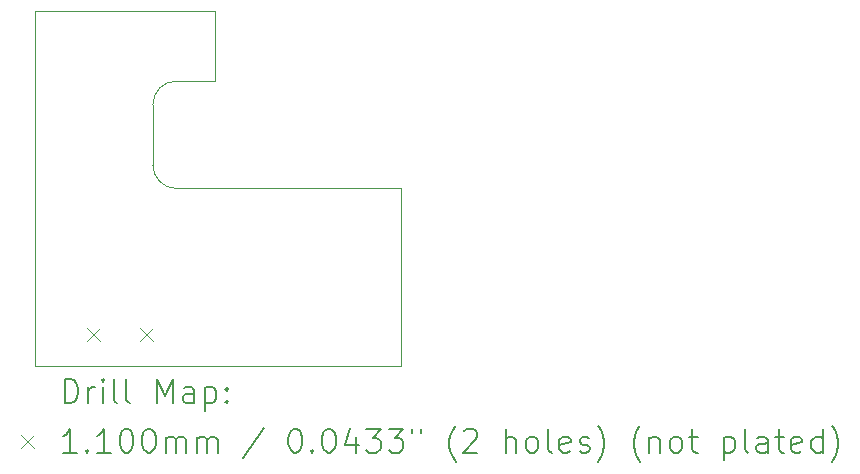
<source format=gbr>
%FSLAX45Y45*%
G04 Gerber Fmt 4.5, Leading zero omitted, Abs format (unit mm)*
G04 Created by KiCad (PCBNEW (6.0.4)) date 2022-03-24 17:43:12*
%MOMM*%
%LPD*%
G01*
G04 APERTURE LIST*
%TA.AperFunction,Profile*%
%ADD10C,0.100000*%
%TD*%
%ADD11C,0.200000*%
%ADD12C,0.110000*%
G04 APERTURE END LIST*
D10*
X14750000Y-10750000D02*
X14750000Y-11250000D01*
X14750000Y-10350000D02*
X14750000Y-9110000D01*
X16280000Y-8250000D02*
X14750000Y-8250000D01*
X15950000Y-9750000D02*
X17850000Y-9750000D01*
X15950000Y-8840000D02*
X16280000Y-8840000D01*
X16280000Y-8840000D02*
X16280000Y-8250000D01*
X15950000Y-8840000D02*
G75*
G03*
X15750000Y-9040000I0J-200000D01*
G01*
X14750000Y-11250000D02*
X17850000Y-11250000D01*
X17850000Y-11250000D02*
X17850000Y-9750000D01*
X15750000Y-9040000D02*
X15750000Y-9550000D01*
X15750000Y-9550000D02*
G75*
G03*
X15950000Y-9750000I200000J0D01*
G01*
X14750000Y-8710000D02*
X14750000Y-8250000D01*
X14750000Y-8710000D02*
X14750000Y-9110000D01*
X14750000Y-10350000D02*
X14750000Y-10750000D01*
D11*
D12*
X15195000Y-10930000D02*
X15305000Y-11040000D01*
X15305000Y-10930000D02*
X15195000Y-11040000D01*
X15645000Y-10930000D02*
X15755000Y-11040000D01*
X15755000Y-10930000D02*
X15645000Y-11040000D01*
D11*
X15002619Y-11565476D02*
X15002619Y-11365476D01*
X15050238Y-11365476D01*
X15078809Y-11375000D01*
X15097857Y-11394048D01*
X15107381Y-11413095D01*
X15116905Y-11451190D01*
X15116905Y-11479762D01*
X15107381Y-11517857D01*
X15097857Y-11536905D01*
X15078809Y-11555952D01*
X15050238Y-11565476D01*
X15002619Y-11565476D01*
X15202619Y-11565476D02*
X15202619Y-11432143D01*
X15202619Y-11470238D02*
X15212143Y-11451190D01*
X15221667Y-11441667D01*
X15240714Y-11432143D01*
X15259762Y-11432143D01*
X15326428Y-11565476D02*
X15326428Y-11432143D01*
X15326428Y-11365476D02*
X15316905Y-11375000D01*
X15326428Y-11384524D01*
X15335952Y-11375000D01*
X15326428Y-11365476D01*
X15326428Y-11384524D01*
X15450238Y-11565476D02*
X15431190Y-11555952D01*
X15421667Y-11536905D01*
X15421667Y-11365476D01*
X15555000Y-11565476D02*
X15535952Y-11555952D01*
X15526428Y-11536905D01*
X15526428Y-11365476D01*
X15783571Y-11565476D02*
X15783571Y-11365476D01*
X15850238Y-11508333D01*
X15916905Y-11365476D01*
X15916905Y-11565476D01*
X16097857Y-11565476D02*
X16097857Y-11460714D01*
X16088333Y-11441667D01*
X16069286Y-11432143D01*
X16031190Y-11432143D01*
X16012143Y-11441667D01*
X16097857Y-11555952D02*
X16078809Y-11565476D01*
X16031190Y-11565476D01*
X16012143Y-11555952D01*
X16002619Y-11536905D01*
X16002619Y-11517857D01*
X16012143Y-11498809D01*
X16031190Y-11489286D01*
X16078809Y-11489286D01*
X16097857Y-11479762D01*
X16193095Y-11432143D02*
X16193095Y-11632143D01*
X16193095Y-11441667D02*
X16212143Y-11432143D01*
X16250238Y-11432143D01*
X16269286Y-11441667D01*
X16278809Y-11451190D01*
X16288333Y-11470238D01*
X16288333Y-11527381D01*
X16278809Y-11546428D01*
X16269286Y-11555952D01*
X16250238Y-11565476D01*
X16212143Y-11565476D01*
X16193095Y-11555952D01*
X16374048Y-11546428D02*
X16383571Y-11555952D01*
X16374048Y-11565476D01*
X16364524Y-11555952D01*
X16374048Y-11546428D01*
X16374048Y-11565476D01*
X16374048Y-11441667D02*
X16383571Y-11451190D01*
X16374048Y-11460714D01*
X16364524Y-11451190D01*
X16374048Y-11441667D01*
X16374048Y-11460714D01*
D12*
X14635000Y-11840000D02*
X14745000Y-11950000D01*
X14745000Y-11840000D02*
X14635000Y-11950000D01*
D11*
X15107381Y-11985476D02*
X14993095Y-11985476D01*
X15050238Y-11985476D02*
X15050238Y-11785476D01*
X15031190Y-11814048D01*
X15012143Y-11833095D01*
X14993095Y-11842619D01*
X15193095Y-11966428D02*
X15202619Y-11975952D01*
X15193095Y-11985476D01*
X15183571Y-11975952D01*
X15193095Y-11966428D01*
X15193095Y-11985476D01*
X15393095Y-11985476D02*
X15278809Y-11985476D01*
X15335952Y-11985476D02*
X15335952Y-11785476D01*
X15316905Y-11814048D01*
X15297857Y-11833095D01*
X15278809Y-11842619D01*
X15516905Y-11785476D02*
X15535952Y-11785476D01*
X15555000Y-11795000D01*
X15564524Y-11804524D01*
X15574048Y-11823571D01*
X15583571Y-11861667D01*
X15583571Y-11909286D01*
X15574048Y-11947381D01*
X15564524Y-11966428D01*
X15555000Y-11975952D01*
X15535952Y-11985476D01*
X15516905Y-11985476D01*
X15497857Y-11975952D01*
X15488333Y-11966428D01*
X15478809Y-11947381D01*
X15469286Y-11909286D01*
X15469286Y-11861667D01*
X15478809Y-11823571D01*
X15488333Y-11804524D01*
X15497857Y-11795000D01*
X15516905Y-11785476D01*
X15707381Y-11785476D02*
X15726428Y-11785476D01*
X15745476Y-11795000D01*
X15755000Y-11804524D01*
X15764524Y-11823571D01*
X15774048Y-11861667D01*
X15774048Y-11909286D01*
X15764524Y-11947381D01*
X15755000Y-11966428D01*
X15745476Y-11975952D01*
X15726428Y-11985476D01*
X15707381Y-11985476D01*
X15688333Y-11975952D01*
X15678809Y-11966428D01*
X15669286Y-11947381D01*
X15659762Y-11909286D01*
X15659762Y-11861667D01*
X15669286Y-11823571D01*
X15678809Y-11804524D01*
X15688333Y-11795000D01*
X15707381Y-11785476D01*
X15859762Y-11985476D02*
X15859762Y-11852143D01*
X15859762Y-11871190D02*
X15869286Y-11861667D01*
X15888333Y-11852143D01*
X15916905Y-11852143D01*
X15935952Y-11861667D01*
X15945476Y-11880714D01*
X15945476Y-11985476D01*
X15945476Y-11880714D02*
X15955000Y-11861667D01*
X15974048Y-11852143D01*
X16002619Y-11852143D01*
X16021667Y-11861667D01*
X16031190Y-11880714D01*
X16031190Y-11985476D01*
X16126428Y-11985476D02*
X16126428Y-11852143D01*
X16126428Y-11871190D02*
X16135952Y-11861667D01*
X16155000Y-11852143D01*
X16183571Y-11852143D01*
X16202619Y-11861667D01*
X16212143Y-11880714D01*
X16212143Y-11985476D01*
X16212143Y-11880714D02*
X16221667Y-11861667D01*
X16240714Y-11852143D01*
X16269286Y-11852143D01*
X16288333Y-11861667D01*
X16297857Y-11880714D01*
X16297857Y-11985476D01*
X16688333Y-11775952D02*
X16516905Y-12033095D01*
X16945476Y-11785476D02*
X16964524Y-11785476D01*
X16983571Y-11795000D01*
X16993095Y-11804524D01*
X17002619Y-11823571D01*
X17012143Y-11861667D01*
X17012143Y-11909286D01*
X17002619Y-11947381D01*
X16993095Y-11966428D01*
X16983571Y-11975952D01*
X16964524Y-11985476D01*
X16945476Y-11985476D01*
X16926429Y-11975952D01*
X16916905Y-11966428D01*
X16907381Y-11947381D01*
X16897857Y-11909286D01*
X16897857Y-11861667D01*
X16907381Y-11823571D01*
X16916905Y-11804524D01*
X16926429Y-11795000D01*
X16945476Y-11785476D01*
X17097857Y-11966428D02*
X17107381Y-11975952D01*
X17097857Y-11985476D01*
X17088333Y-11975952D01*
X17097857Y-11966428D01*
X17097857Y-11985476D01*
X17231190Y-11785476D02*
X17250238Y-11785476D01*
X17269286Y-11795000D01*
X17278810Y-11804524D01*
X17288333Y-11823571D01*
X17297857Y-11861667D01*
X17297857Y-11909286D01*
X17288333Y-11947381D01*
X17278810Y-11966428D01*
X17269286Y-11975952D01*
X17250238Y-11985476D01*
X17231190Y-11985476D01*
X17212143Y-11975952D01*
X17202619Y-11966428D01*
X17193095Y-11947381D01*
X17183571Y-11909286D01*
X17183571Y-11861667D01*
X17193095Y-11823571D01*
X17202619Y-11804524D01*
X17212143Y-11795000D01*
X17231190Y-11785476D01*
X17469286Y-11852143D02*
X17469286Y-11985476D01*
X17421667Y-11775952D02*
X17374048Y-11918809D01*
X17497857Y-11918809D01*
X17555000Y-11785476D02*
X17678810Y-11785476D01*
X17612143Y-11861667D01*
X17640714Y-11861667D01*
X17659762Y-11871190D01*
X17669286Y-11880714D01*
X17678810Y-11899762D01*
X17678810Y-11947381D01*
X17669286Y-11966428D01*
X17659762Y-11975952D01*
X17640714Y-11985476D01*
X17583571Y-11985476D01*
X17564524Y-11975952D01*
X17555000Y-11966428D01*
X17745476Y-11785476D02*
X17869286Y-11785476D01*
X17802619Y-11861667D01*
X17831190Y-11861667D01*
X17850238Y-11871190D01*
X17859762Y-11880714D01*
X17869286Y-11899762D01*
X17869286Y-11947381D01*
X17859762Y-11966428D01*
X17850238Y-11975952D01*
X17831190Y-11985476D01*
X17774048Y-11985476D01*
X17755000Y-11975952D01*
X17745476Y-11966428D01*
X17945476Y-11785476D02*
X17945476Y-11823571D01*
X18021667Y-11785476D02*
X18021667Y-11823571D01*
X18316905Y-12061667D02*
X18307381Y-12052143D01*
X18288333Y-12023571D01*
X18278810Y-12004524D01*
X18269286Y-11975952D01*
X18259762Y-11928333D01*
X18259762Y-11890238D01*
X18269286Y-11842619D01*
X18278810Y-11814048D01*
X18288333Y-11795000D01*
X18307381Y-11766428D01*
X18316905Y-11756905D01*
X18383571Y-11804524D02*
X18393095Y-11795000D01*
X18412143Y-11785476D01*
X18459762Y-11785476D01*
X18478810Y-11795000D01*
X18488333Y-11804524D01*
X18497857Y-11823571D01*
X18497857Y-11842619D01*
X18488333Y-11871190D01*
X18374048Y-11985476D01*
X18497857Y-11985476D01*
X18735952Y-11985476D02*
X18735952Y-11785476D01*
X18821667Y-11985476D02*
X18821667Y-11880714D01*
X18812143Y-11861667D01*
X18793095Y-11852143D01*
X18764524Y-11852143D01*
X18745476Y-11861667D01*
X18735952Y-11871190D01*
X18945476Y-11985476D02*
X18926429Y-11975952D01*
X18916905Y-11966428D01*
X18907381Y-11947381D01*
X18907381Y-11890238D01*
X18916905Y-11871190D01*
X18926429Y-11861667D01*
X18945476Y-11852143D01*
X18974048Y-11852143D01*
X18993095Y-11861667D01*
X19002619Y-11871190D01*
X19012143Y-11890238D01*
X19012143Y-11947381D01*
X19002619Y-11966428D01*
X18993095Y-11975952D01*
X18974048Y-11985476D01*
X18945476Y-11985476D01*
X19126429Y-11985476D02*
X19107381Y-11975952D01*
X19097857Y-11956905D01*
X19097857Y-11785476D01*
X19278810Y-11975952D02*
X19259762Y-11985476D01*
X19221667Y-11985476D01*
X19202619Y-11975952D01*
X19193095Y-11956905D01*
X19193095Y-11880714D01*
X19202619Y-11861667D01*
X19221667Y-11852143D01*
X19259762Y-11852143D01*
X19278810Y-11861667D01*
X19288333Y-11880714D01*
X19288333Y-11899762D01*
X19193095Y-11918809D01*
X19364524Y-11975952D02*
X19383571Y-11985476D01*
X19421667Y-11985476D01*
X19440714Y-11975952D01*
X19450238Y-11956905D01*
X19450238Y-11947381D01*
X19440714Y-11928333D01*
X19421667Y-11918809D01*
X19393095Y-11918809D01*
X19374048Y-11909286D01*
X19364524Y-11890238D01*
X19364524Y-11880714D01*
X19374048Y-11861667D01*
X19393095Y-11852143D01*
X19421667Y-11852143D01*
X19440714Y-11861667D01*
X19516905Y-12061667D02*
X19526429Y-12052143D01*
X19545476Y-12023571D01*
X19555000Y-12004524D01*
X19564524Y-11975952D01*
X19574048Y-11928333D01*
X19574048Y-11890238D01*
X19564524Y-11842619D01*
X19555000Y-11814048D01*
X19545476Y-11795000D01*
X19526429Y-11766428D01*
X19516905Y-11756905D01*
X19878810Y-12061667D02*
X19869286Y-12052143D01*
X19850238Y-12023571D01*
X19840714Y-12004524D01*
X19831190Y-11975952D01*
X19821667Y-11928333D01*
X19821667Y-11890238D01*
X19831190Y-11842619D01*
X19840714Y-11814048D01*
X19850238Y-11795000D01*
X19869286Y-11766428D01*
X19878810Y-11756905D01*
X19955000Y-11852143D02*
X19955000Y-11985476D01*
X19955000Y-11871190D02*
X19964524Y-11861667D01*
X19983571Y-11852143D01*
X20012143Y-11852143D01*
X20031190Y-11861667D01*
X20040714Y-11880714D01*
X20040714Y-11985476D01*
X20164524Y-11985476D02*
X20145476Y-11975952D01*
X20135952Y-11966428D01*
X20126429Y-11947381D01*
X20126429Y-11890238D01*
X20135952Y-11871190D01*
X20145476Y-11861667D01*
X20164524Y-11852143D01*
X20193095Y-11852143D01*
X20212143Y-11861667D01*
X20221667Y-11871190D01*
X20231190Y-11890238D01*
X20231190Y-11947381D01*
X20221667Y-11966428D01*
X20212143Y-11975952D01*
X20193095Y-11985476D01*
X20164524Y-11985476D01*
X20288333Y-11852143D02*
X20364524Y-11852143D01*
X20316905Y-11785476D02*
X20316905Y-11956905D01*
X20326429Y-11975952D01*
X20345476Y-11985476D01*
X20364524Y-11985476D01*
X20583571Y-11852143D02*
X20583571Y-12052143D01*
X20583571Y-11861667D02*
X20602619Y-11852143D01*
X20640714Y-11852143D01*
X20659762Y-11861667D01*
X20669286Y-11871190D01*
X20678810Y-11890238D01*
X20678810Y-11947381D01*
X20669286Y-11966428D01*
X20659762Y-11975952D01*
X20640714Y-11985476D01*
X20602619Y-11985476D01*
X20583571Y-11975952D01*
X20793095Y-11985476D02*
X20774048Y-11975952D01*
X20764524Y-11956905D01*
X20764524Y-11785476D01*
X20955000Y-11985476D02*
X20955000Y-11880714D01*
X20945476Y-11861667D01*
X20926429Y-11852143D01*
X20888333Y-11852143D01*
X20869286Y-11861667D01*
X20955000Y-11975952D02*
X20935952Y-11985476D01*
X20888333Y-11985476D01*
X20869286Y-11975952D01*
X20859762Y-11956905D01*
X20859762Y-11937857D01*
X20869286Y-11918809D01*
X20888333Y-11909286D01*
X20935952Y-11909286D01*
X20955000Y-11899762D01*
X21021667Y-11852143D02*
X21097857Y-11852143D01*
X21050238Y-11785476D02*
X21050238Y-11956905D01*
X21059762Y-11975952D01*
X21078810Y-11985476D01*
X21097857Y-11985476D01*
X21240714Y-11975952D02*
X21221667Y-11985476D01*
X21183571Y-11985476D01*
X21164524Y-11975952D01*
X21155000Y-11956905D01*
X21155000Y-11880714D01*
X21164524Y-11861667D01*
X21183571Y-11852143D01*
X21221667Y-11852143D01*
X21240714Y-11861667D01*
X21250238Y-11880714D01*
X21250238Y-11899762D01*
X21155000Y-11918809D01*
X21421667Y-11985476D02*
X21421667Y-11785476D01*
X21421667Y-11975952D02*
X21402619Y-11985476D01*
X21364524Y-11985476D01*
X21345476Y-11975952D01*
X21335952Y-11966428D01*
X21326429Y-11947381D01*
X21326429Y-11890238D01*
X21335952Y-11871190D01*
X21345476Y-11861667D01*
X21364524Y-11852143D01*
X21402619Y-11852143D01*
X21421667Y-11861667D01*
X21497857Y-12061667D02*
X21507381Y-12052143D01*
X21526429Y-12023571D01*
X21535952Y-12004524D01*
X21545476Y-11975952D01*
X21555000Y-11928333D01*
X21555000Y-11890238D01*
X21545476Y-11842619D01*
X21535952Y-11814048D01*
X21526429Y-11795000D01*
X21507381Y-11766428D01*
X21497857Y-11756905D01*
M02*

</source>
